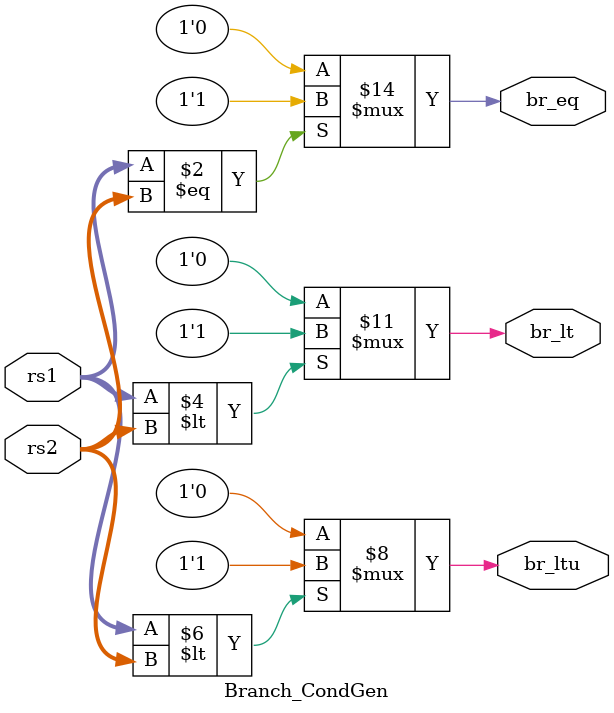
<source format=sv>
`timescale 1ns / 1ps


module Branch_CondGen(
    input [31:0] rs1,
    input [31:0] rs2,
    output logic br_eq,
    output logic br_lt,
    output logic br_ltu
    );

always_comb
    begin
        
        if ( rs1 == rs2 )
                br_eq <= 1;
        else
                br_eq <= 0;
        
    end

always_comb
    begin
        
        if ( $signed(rs1) < $signed(rs2) )
                br_lt <= 1;  
        else
                br_lt <= 0;
        
    end

always_comb
    begin
        
        if ( rs1 < rs2 )
                br_ltu <= 1;
         else
                br_ltu <= 0;
        
    end

endmodule

</source>
